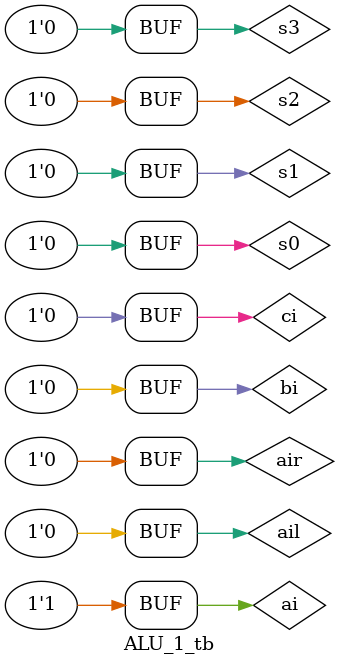
<source format=v>

`timescale 1ns/100ps
`include "ALU.v"

module ALU_1_tb;

reg ai,air,ail,bi,ci,s0,s1,s2,s3;
wire fi,cil;

ALU_1 obj(ai,air,ail,bi,ci,s0,s1,s2,s3, fi,cil);

initial begin
	air = 0;
	ail = 0;
	bi = 0;
	ci = 0;
	s0 = 0;
	s1 = 0;
	s2 = 0;
	s3 = 0;
end

initial begin
	ai = 0;
	#2560 ai = 1;
end

always begin
	
	#1280 air = 1;
	#1280 air = 0;
end

always begin
	#640 ail = 1;
	#640 ail = 0;
end

always begin
	#320 bi = 1;
	#320 bi = 0;
end

always begin
	#160 ci = 1;
	#160 ci = 0;
end

always begin
	#80 s0 = 1;
	#80 s0 = 0;
end

always begin
	#40 s1 = 1;
	#40 s1 = 0;
end

always begin
	#20 s2 = 1;
	#20 s2 = 0;
end

initial begin
	#10 s3 = 1;
	#10 s3 = 0;
end

endmodule

</source>
